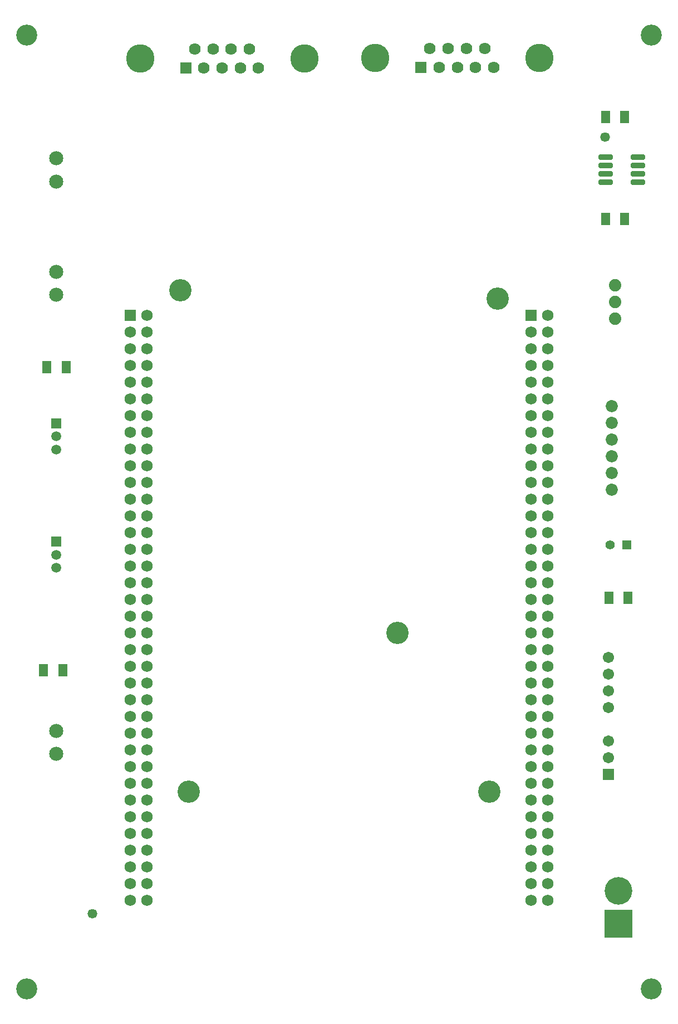
<source format=gts>
G04*
G04 #@! TF.GenerationSoftware,Altium Limited,Altium Designer,22.8.2 (66)*
G04*
G04 Layer_Color=8388736*
%FSLAX42Y42*%
%MOMM*%
G71*
G04*
G04 #@! TF.SameCoordinates,8E390A5F-EF31-4BF6-9372-B9111DFB767B*
G04*
G04*
G04 #@! TF.FilePolarity,Negative*
G04*
G01*
G75*
%ADD16R,1.33X1.97*%
G04:AMPARAMS|DCode=17|XSize=2.17mm|YSize=0.8mm|CornerRadius=0.18mm|HoleSize=0mm|Usage=FLASHONLY|Rotation=0.000|XOffset=0mm|YOffset=0mm|HoleType=Round|Shape=RoundedRectangle|*
%AMROUNDEDRECTD17*
21,1,2.17,0.45,0,0,0.0*
21,1,1.82,0.80,0,0,0.0*
1,1,0.35,0.91,-0.23*
1,1,0.35,-0.91,-0.23*
1,1,0.35,-0.91,0.23*
1,1,0.35,0.91,0.23*
%
%ADD17ROUNDEDRECTD17*%
%ADD18R,1.73X1.73*%
%ADD19C,1.73*%
%ADD20C,3.40*%
%ADD21C,2.15*%
%ADD22C,1.71*%
%ADD23R,1.71X1.71*%
%ADD24R,1.41X1.41*%
%ADD25C,1.41*%
%ADD26C,1.85*%
%ADD27C,3.20*%
%ADD28C,1.78*%
%ADD29R,1.78X1.78*%
%ADD30C,4.32*%
%ADD31R,1.52X1.52*%
%ADD32C,1.52*%
%ADD33C,1.88*%
%ADD34C,4.20*%
%ADD35R,4.20X4.20*%
%ADD36C,1.47*%
D16*
X9103Y6200D02*
D03*
X9397D02*
D03*
X850Y9700D02*
D03*
X556D02*
D03*
X503Y5100D02*
D03*
X797D02*
D03*
X9347Y11950D02*
D03*
X9053D02*
D03*
Y13500D02*
D03*
X9347D02*
D03*
D17*
X9547Y12890D02*
D03*
Y12764D02*
D03*
Y12636D02*
D03*
Y12510D02*
D03*
X9053D02*
D03*
Y12636D02*
D03*
Y12764D02*
D03*
Y12890D02*
D03*
D18*
X1825Y10493D02*
D03*
X7921Y10491D02*
D03*
D19*
X2079Y10493D02*
D03*
X1825Y10239D02*
D03*
X2079D02*
D03*
X1825Y9985D02*
D03*
X2079D02*
D03*
X1825Y9731D02*
D03*
X2079D02*
D03*
X1825Y9477D02*
D03*
X2079D02*
D03*
X1825Y9223D02*
D03*
X2079D02*
D03*
X1825Y8969D02*
D03*
X2079D02*
D03*
X1825Y8715D02*
D03*
X2079D02*
D03*
X1825Y8461D02*
D03*
X2079D02*
D03*
X1825Y8207D02*
D03*
X2079D02*
D03*
X1825Y7953D02*
D03*
X2079D02*
D03*
X1825Y7699D02*
D03*
X2079D02*
D03*
X1825Y7445D02*
D03*
X2079D02*
D03*
X1825Y7191D02*
D03*
X2079D02*
D03*
X1825Y6937D02*
D03*
X2079D02*
D03*
X1825Y6683D02*
D03*
X2079D02*
D03*
X1825Y6429D02*
D03*
X2079D02*
D03*
X1825Y6175D02*
D03*
X2079D02*
D03*
X1825Y5921D02*
D03*
X2079D02*
D03*
X1825Y5667D02*
D03*
X2079D02*
D03*
X1825Y5413D02*
D03*
X2079D02*
D03*
X1825Y5159D02*
D03*
X2079D02*
D03*
X1825Y4905D02*
D03*
X2079D02*
D03*
X1825Y4651D02*
D03*
X2079D02*
D03*
X1825Y4397D02*
D03*
X2079D02*
D03*
X1825Y4143D02*
D03*
X2079D02*
D03*
X1825Y3889D02*
D03*
X2079D02*
D03*
X1825Y3635D02*
D03*
X2079D02*
D03*
X1825Y3381D02*
D03*
X2079D02*
D03*
X1825Y3127D02*
D03*
X2079D02*
D03*
X1825Y2873D02*
D03*
X2079D02*
D03*
X1825Y2619D02*
D03*
X2079D02*
D03*
X1825Y2365D02*
D03*
X2079D02*
D03*
X1825Y2111D02*
D03*
X2079D02*
D03*
X1825Y1857D02*
D03*
X2079D02*
D03*
X8175Y10491D02*
D03*
X1825Y1603D02*
D03*
X2079D02*
D03*
X7921Y10237D02*
D03*
X8175D02*
D03*
X7921Y9983D02*
D03*
X8175D02*
D03*
X7921Y9729D02*
D03*
X8175D02*
D03*
X7921Y9475D02*
D03*
X8175D02*
D03*
X7921Y9221D02*
D03*
X8175D02*
D03*
X7921Y8967D02*
D03*
X8175D02*
D03*
X7921Y8713D02*
D03*
X8175D02*
D03*
X7921Y8459D02*
D03*
X8175D02*
D03*
X7921Y8205D02*
D03*
X8175D02*
D03*
X7921Y7951D02*
D03*
X8175D02*
D03*
X7921Y7697D02*
D03*
X8175D02*
D03*
X7921Y7443D02*
D03*
X8175D02*
D03*
X7921Y7189D02*
D03*
X8175D02*
D03*
X7921Y6935D02*
D03*
X8175D02*
D03*
X7921Y6681D02*
D03*
X8175D02*
D03*
X7921Y6427D02*
D03*
X8175D02*
D03*
X7921Y6173D02*
D03*
X8175D02*
D03*
X7921Y5919D02*
D03*
X8175D02*
D03*
X7921Y5665D02*
D03*
X8175D02*
D03*
X7921Y5411D02*
D03*
X8175D02*
D03*
X7921Y5157D02*
D03*
X8175D02*
D03*
X7921Y4903D02*
D03*
X8175D02*
D03*
X7921Y4649D02*
D03*
X8175D02*
D03*
X7921Y4395D02*
D03*
X8175D02*
D03*
X7921Y4141D02*
D03*
X8175D02*
D03*
X7921Y3887D02*
D03*
X8175D02*
D03*
X7921Y3633D02*
D03*
X8175D02*
D03*
X7921Y3379D02*
D03*
X8175D02*
D03*
X7921Y3125D02*
D03*
X8175D02*
D03*
X7921Y2871D02*
D03*
X8175D02*
D03*
X7921Y2617D02*
D03*
X8175D02*
D03*
X7921Y2363D02*
D03*
X8175D02*
D03*
X7921Y2109D02*
D03*
X8175D02*
D03*
X7921Y1855D02*
D03*
X8175D02*
D03*
X7921Y1601D02*
D03*
X8175D02*
D03*
D20*
X2714Y3254D02*
D03*
X7286D02*
D03*
X7413Y10747D02*
D03*
X5889Y5667D02*
D03*
X2587Y10874D02*
D03*
D21*
X700Y3825D02*
D03*
Y4175D02*
D03*
Y12875D02*
D03*
Y12525D02*
D03*
Y10800D02*
D03*
Y11150D02*
D03*
D22*
X9095Y5289D02*
D03*
Y5035D02*
D03*
Y4781D02*
D03*
Y4527D02*
D03*
Y4019D02*
D03*
Y3765D02*
D03*
D23*
Y3511D02*
D03*
D24*
X9377Y7000D02*
D03*
D25*
X9123D02*
D03*
D26*
X9150Y9108D02*
D03*
Y8854D02*
D03*
Y8600D02*
D03*
Y7838D02*
D03*
Y8092D02*
D03*
Y8346D02*
D03*
D27*
X250Y14750D02*
D03*
X9750D02*
D03*
Y250D02*
D03*
X250D02*
D03*
D28*
X3777Y14250D02*
D03*
X3638Y14534D02*
D03*
X3500Y14250D02*
D03*
X3362Y14534D02*
D03*
X3223Y14250D02*
D03*
X3084Y14534D02*
D03*
X2946Y14250D02*
D03*
X2808Y14534D02*
D03*
X6384Y14542D02*
D03*
X6522Y14258D02*
D03*
X6661Y14542D02*
D03*
X6800Y14258D02*
D03*
X6938Y14542D02*
D03*
X7076Y14258D02*
D03*
X7215Y14542D02*
D03*
X7354Y14258D02*
D03*
D29*
X2669Y14250D02*
D03*
X6246Y14258D02*
D03*
D30*
X4472Y14392D02*
D03*
X1974D02*
D03*
X5550Y14400D02*
D03*
X8049D02*
D03*
D31*
X700Y7050D02*
D03*
Y8850D02*
D03*
D32*
Y6850D02*
D03*
Y6650D02*
D03*
Y8650D02*
D03*
Y8450D02*
D03*
D33*
X9200Y10950D02*
D03*
Y10442D02*
D03*
Y10696D02*
D03*
D34*
X9250Y1740D02*
D03*
D35*
Y1240D02*
D03*
D36*
X1250Y1400D02*
D03*
X9050Y13200D02*
D03*
M02*

</source>
